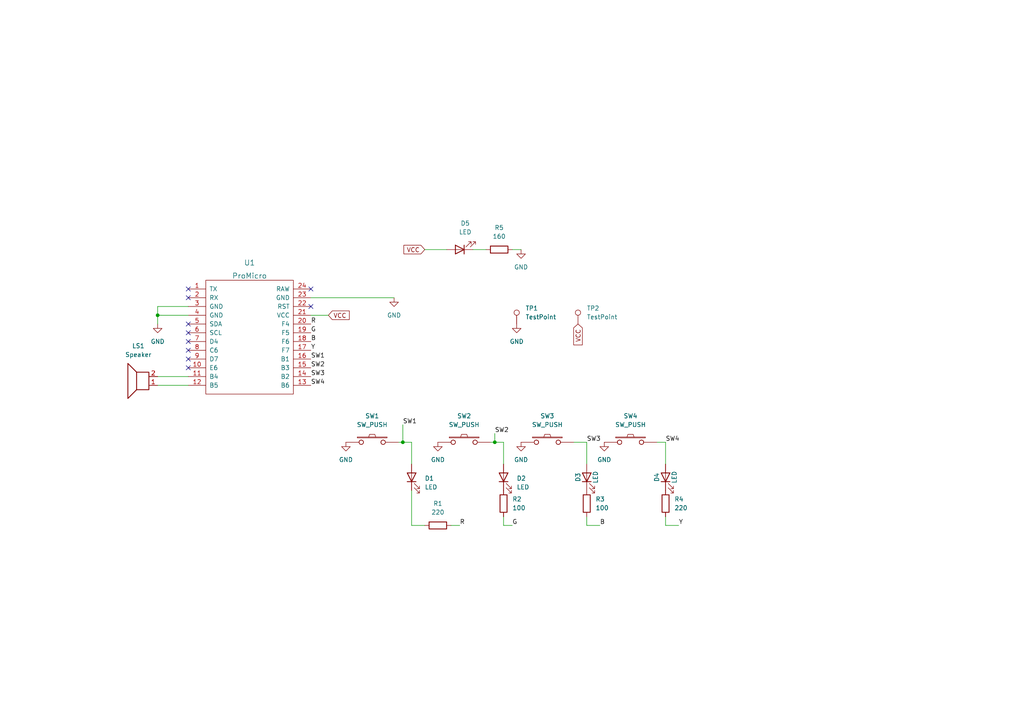
<source format=kicad_sch>
(kicad_sch (version 20211123) (generator eeschema)
  (paper "A4")
  (lib_symbols
    (symbol "Connector:TestPoint" (pin_numbers hide) (pin_names (offset 0.762) hide)
      (property "Reference" "TP" (at 0 6.858 0))
      (property "Value" "TestPoint" (at 0 5.08 0))
      (symbol "TestPoint_0_1"
        (circle (center 0 3.302) (radius 0.762))
      )
      (symbol "TestPoint_1_1"
        (pin passive line (at 0 0 90) (length 2.54) (name "1") (number "1"))
      )
    )
    (symbol "Device:LED" (pin_numbers hide) (pin_names (offset 1.016) hide)
      (property "Reference" "D" (at 0 2.54 0))
      (property "Value" "LED" (at 0 -2.54 0))
      (symbol "LED_0_1"
        (polyline (pts (xy -1.27 -1.27) (xy -1.27 1.27)) (stroke (width 0.254)))
        (polyline (pts (xy -1.27 0) (xy 1.27 0)))
        (polyline (pts (xy 1.27 -1.27) (xy 1.27 1.27) (xy -1.27 0) (xy 1.27 -1.27)) (stroke (width 0.254)))
        (polyline (pts (xy -3.048 -0.762) (xy -4.572 -2.286) (xy -3.81 -2.286) (xy -4.572 -2.286) (xy -4.572 -1.524)))
        (polyline (pts (xy -1.778 -0.762) (xy -3.302 -2.286) (xy -2.54 -2.286) (xy -3.302 -2.286) (xy -3.302 -1.524)))
      )
      (symbol "LED_1_1"
        (pin passive line (at -3.81 0 0) (length 2.54) (name "K") (number "1"))
        (pin passive line (at 3.81 0 180) (length 2.54) (name "A") (number "2"))
      )
    )
    (symbol "Device:R" (pin_numbers hide) (pin_names (offset 0))
      (property "Reference" "R" (at 2.032 0 90))
      (property "Value" "R" (at 0 0 90))
      (symbol "R_0_1"
        (rectangle (start -1.016 -2.54) (end 1.016 2.54) (stroke (width 0.254)))
      )
      (symbol "R_1_1"
        (pin passive line (at 0 3.81 270) (length 1.27) (name "~") (number "1"))
        (pin passive line (at 0 -3.81 90) (length 1.27) (name "~") (number "2"))
      )
    )
    (symbol "Device:Speaker" (pin_names (offset 0) hide)
      (property "Reference" "LS" (at 1.27 5.715 0))
      (property "Value" "Speaker" (at 1.27 3.81 0))
      (symbol "Speaker_0_0"
        (rectangle (start -2.54 1.27) (end 1.016 -3.81) (stroke (width 0.254)))
        (polyline (pts (xy 1.016 1.27) (xy 3.556 3.81) (xy 3.556 -6.35) (xy 1.016 -3.81)) (stroke (width 0.254)))
      )
      (symbol "Speaker_1_1"
        (pin input line (at -5.08 0 0) (length 2.54) (name "1") (number "1"))
        (pin input line (at -5.08 -2.54 0) (length 2.54) (name "2") (number "2"))
      )
    )
    (symbol "keyboard_parts:SW_PUSH" (pin_numbers hide) (pin_names (offset 1.016) hide)
      (property "Reference" "SW" (at 3.81 2.794 0))
      (property "Value" "SW_PUSH" (at 0 -2.032 0))
      (symbol "SW_PUSH_0_1"
        (rectangle (start -4.318 1.27) (end 4.318 1.524))
        (polyline (pts (xy -1.016 1.524) (xy -0.762 2.286) (xy 0.762 2.286) (xy 1.016 1.524)))
        (pin passive inverted (at -7.62 0 0) (length 5.08) (name "1") (number "1"))
        (pin passive inverted (at 7.62 0 180) (length 5.08) (name "2") (number "2"))
      )
    )
    (symbol "power:GND" (power) (pin_names (offset 0))
      (property "Value" "GND" (at 0 -3.81 0))
      (symbol "GND_0_1"
        (polyline (pts (xy 0 0) (xy 0 -1.27) (xy 1.27 -1.27) (xy 0 -2.54) (xy -1.27 -1.27) (xy 0 -1.27)))
      )
      (symbol "GND_1_1"
        (pin power_in line (at 0 0 270) (length 0) hide (name "GND") (number "1"))
      )
    )
    (symbol "promicro:ProMicro" (pin_names (offset 1.016))
      (property "Reference" "U" (at 0 24.13 0))
      (property "Value" "ProMicro" (at 0 -13.97 0))
      (symbol "ProMicro_0_1"
        (rectangle (start -12.7 21.59) (end 12.7 -11.43))
      )
      (symbol "ProMicro_1_1"
        (pin bidirectional line (at -17.78 19.05 0) (length 5.08) (name "TX") (number "1"))
        (pin bidirectional line (at -17.78 -3.81 0) (length 5.08) (name "E6") (number "10"))
        (pin bidirectional line (at -17.78 -6.35 0) (length 5.08) (name "B4") (number "11"))
        (pin bidirectional line (at -17.78 -8.89 0) (length 5.08) (name "B5") (number "12"))
        (pin bidirectional line (at 17.78 -8.89 180) (length 5.08) (name "B6") (number "13"))
        (pin bidirectional line (at 17.78 -6.35 180) (length 5.08) (name "B2") (number "14"))
        (pin bidirectional line (at 17.78 -3.81 180) (length 5.08) (name "B3") (number "15"))
        (pin bidirectional line (at 17.78 -1.27 180) (length 5.08) (name "B1") (number "16"))
        (pin bidirectional line (at 17.78 1.27 180) (length 5.08) (name "F7") (number "17"))
        (pin bidirectional line (at 17.78 3.81 180) (length 5.08) (name "F6") (number "18"))
        (pin bidirectional line (at 17.78 6.35 180) (length 5.08) (name "F5") (number "19"))
        (pin bidirectional line (at -17.78 16.51 0) (length 5.08) (name "RX") (number "2"))
        (pin bidirectional line (at 17.78 8.89 180) (length 5.08) (name "F4") (number "20"))
        (pin power_in line (at 17.78 11.43 180) (length 5.08) (name "VCC") (number "21"))
        (pin input line (at 17.78 13.97 180) (length 5.08) (name "RST") (number "22"))
        (pin power_in line (at 17.78 16.51 180) (length 5.08) (name "GND") (number "23"))
        (pin power_out line (at 17.78 19.05 180) (length 5.08) (name "RAW") (number "24"))
        (pin power_in line (at -17.78 13.97 0) (length 5.08) (name "GND") (number "3"))
        (pin power_in line (at -17.78 11.43 0) (length 5.08) (name "GND") (number "4"))
        (pin bidirectional line (at -17.78 8.89 0) (length 5.08) (name "SDA") (number "5"))
        (pin bidirectional line (at -17.78 6.35 0) (length 5.08) (name "SCL") (number "6"))
        (pin bidirectional line (at -17.78 3.81 0) (length 5.08) (name "D4") (number "7"))
        (pin bidirectional line (at -17.78 1.27 0) (length 5.08) (name "C6") (number "8"))
        (pin bidirectional line (at -17.78 -1.27 0) (length 5.08) (name "D7") (number "9"))
      )
    )
  )
  (junction (at 116.84 128.27))
  (junction (at 45.72 91.44))
  (junction (at 143.51 128.27))
  (no_connect (at 90.17 88.9))
  (no_connect (at 54.61 93.98))
  (no_connect (at 54.61 96.52))
  (no_connect (at 54.61 106.68))
  (no_connect (at 54.61 104.14))
  (no_connect (at 54.61 101.6))
  (no_connect (at 54.61 99.06))
  (no_connect (at 54.61 83.82))
  (no_connect (at 54.61 86.36))
  (no_connect (at 90.17 83.82))
  (wire (pts (xy 146.05 128.27) (xy 146.05 134.62)))
  (wire (pts (xy 119.38 142.24) (xy 119.38 152.4)))
  (wire (pts (xy 146.05 149.86) (xy 146.05 152.4)))
  (wire (pts (xy 115.57 128.27) (xy 116.84 128.27)))
  (wire (pts (xy 170.18 149.86) (xy 170.18 152.4)))
  (wire (pts (xy 142.24 128.27) (xy 143.51 128.27)))
  (wire (pts (xy 193.04 128.27) (xy 193.04 134.62)))
  (wire (pts (xy 143.51 128.27) (xy 143.51 125.73)))
  (wire (pts (xy 119.38 152.4) (xy 123.19 152.4)))
  (wire (pts (xy 140.97 72.39) (xy 137.16 72.39)))
  (wire (pts (xy 193.04 149.86) (xy 193.04 152.4)))
  (wire (pts (xy 54.61 91.44) (xy 45.72 91.44)))
  (wire (pts (xy 170.18 128.27) (xy 170.18 134.62)))
  (wire (pts (xy 45.72 91.44) (xy 45.72 93.98)))
  (wire (pts (xy 54.61 88.9) (xy 45.72 88.9)))
  (wire (pts (xy 119.38 128.27) (xy 119.38 134.62)))
  (wire (pts (xy 193.04 152.4) (xy 196.85 152.4)))
  (wire (pts (xy 143.51 128.27) (xy 146.05 128.27)))
  (wire (pts (xy 133.35 152.4) (xy 130.81 152.4)))
  (wire (pts (xy 45.72 88.9) (xy 45.72 91.44)))
  (wire (pts (xy 166.37 128.27) (xy 170.18 128.27)))
  (wire (pts (xy 151.13 72.39) (xy 148.59 72.39)))
  (wire (pts (xy 116.84 128.27) (xy 119.38 128.27)))
  (wire (pts (xy 123.19 72.39) (xy 129.54 72.39)))
  (wire (pts (xy 45.72 109.22) (xy 54.61 109.22)))
  (wire (pts (xy 146.05 152.4) (xy 148.59 152.4)))
  (wire (pts (xy 190.5 128.27) (xy 193.04 128.27)))
  (wire (pts (xy 116.84 128.27) (xy 116.84 123.19)))
  (wire (pts (xy 90.17 91.44) (xy 95.25 91.44)))
  (wire (pts (xy 170.18 152.4) (xy 173.99 152.4)))
  (wire (pts (xy 90.17 86.36) (xy 114.3 86.36)))
  (wire (pts (xy 45.72 111.76) (xy 54.61 111.76)))
  (label "B" (at 173.99 152.4 0))
  (label "B" (at 90.17 99.06 0))
  (label "SW1" (at 116.84 123.19 0))
  (label "SW4" (at 90.17 111.76 0))
  (label "G" (at 90.17 96.52 0))
  (label "SW3" (at 90.17 109.22 0))
  (label "SW4" (at 193.04 128.27 0))
  (label "Y" (at 196.85 152.4 0))
  (label "Y" (at 90.17 101.6 0))
  (label "R" (at 90.17 93.98 0))
  (label "G" (at 148.59 152.4 0))
  (label "SW1" (at 90.17 104.14 0))
  (label "R" (at 133.35 152.4 0))
  (label "SW3" (at 170.18 128.27 0))
  (label "SW2" (at 143.51 125.73 0))
  (label "SW2" (at 90.17 106.68 0))
  (global_label "VCC" (shape input) (at 167.64 93.98 270) (property "Intersheet References" "${INTERSHEET_REFS}" (effects hide)))
  (global_label "VCC" (shape input) (at 123.19 72.39 180) (property "Intersheet References" "${INTERSHEET_REFS}" (effects hide)))
  (global_label "VCC" (shape input) (at 95.25 91.44 0) (property "Intersheet References" "${INTERSHEET_REFS}" (effects hide)))
  (symbol (lib_id "Device:R") (at 144.78 72.39 90) (unit 1)
    (property "Reference" "R5" (at 144.78 66.04 90))
    (property "Value" "160" (at 144.78 68.58 90))
    (property "Footprint" "Resistor_SMD:R_0805_2012Metric_Pad1.20x1.40mm_HandSolder" (effects hide))
  )
  (symbol (lib_id "keyboard_parts:SW_PUSH") (at 158.75 128.27 0) (unit 1)
    (property "Reference" "SW3" (at 158.75 120.65 0))
    (property "Value" "SW_PUSH" (at 158.75 123.19 0))
    (property "Footprint" "Button_Switch_THT:SW_PUSH_6mm" (effects hide))
  )
  (symbol (lib_id "Device:R") (at 146.05 146.05 0) (unit 1)
    (property "Reference" "R2" (at 148.59 144.7799 0) (effects (justify left)))
    (property "Value" "100" (at 148.59 147.3199 0) (effects (justify left)))
    (property "Footprint" "Resistor_SMD:R_0805_2012Metric_Pad1.20x1.40mm_HandSolder" (effects hide))
  )
  (symbol (lib_id "Device:R") (at 193.04 146.05 0) (unit 1)
    (property "Reference" "R4" (at 195.58 144.7799 0) (effects (justify left)))
    (property "Value" "220" (at 195.58 147.3199 0) (effects (justify left)))
    (property "Footprint" "Resistor_SMD:R_0805_2012Metric_Pad1.20x1.40mm_HandSolder" (effects hide))
  )
  (symbol (lib_id "keyboard_parts:SW_PUSH") (at 107.95 128.27 0) (unit 1)
    (property "Reference" "SW1" (at 107.95 120.65 0))
    (property "Value" "SW_PUSH" (at 107.95 123.19 0))
    (property "Footprint" "Button_Switch_THT:SW_PUSH_6mm" (effects hide))
  )
  (symbol (lib_id "Connector:TestPoint") (at 167.64 93.98 0) (unit 1)
    (property "Reference" "TP2" (at 170.18 89.4079 0) (effects (justify left)))
    (property "Value" "TestPoint" (at 170.18 91.9479 0) (effects (justify left)))
    (property "Footprint" "TestPoint:TestPoint_Pad_1.0x1.0mm" (effects hide))
  )
  (symbol (lib_id "keyboard_parts:SW_PUSH") (at 134.62 128.27 0) (unit 1)
    (property "Reference" "SW2" (at 134.62 120.65 0))
    (property "Value" "SW_PUSH" (at 134.62 123.19 0))
    (property "Footprint" "Button_Switch_THT:SW_PUSH_6mm" (effects hide))
  )
  (symbol (lib_id "power:GND") (at 114.3 86.36 0) (unit 1)
    (property "Reference" "#PWR03" (effects hide))
    (property "Value" "GND" (at 114.3 91.44 0))
  )
  (symbol (lib_id "Device:R") (at 127 152.4 270) (unit 1)
    (property "Reference" "R1" (at 127 146.05 90))
    (property "Value" "220" (at 127 148.59 90))
    (property "Footprint" "Resistor_SMD:R_0805_2012Metric_Pad1.20x1.40mm_HandSolder" (effects hide))
  )
  (symbol (lib_id "power:GND") (at 175.26 128.27 0) (unit 1)
    (property "Reference" "#PWR07" (effects hide))
    (property "Value" "GND" (at 175.26 133.35 0))
  )
  (symbol (lib_id "Connector:TestPoint") (at 149.86 93.98 0) (unit 1)
    (property "Reference" "TP1" (at 152.4 89.4079 0) (effects (justify left)))
    (property "Value" "TestPoint" (at 152.4 91.9479 0) (effects (justify left)))
    (property "Footprint" "TestPoint:TestPoint_Pad_1.0x1.0mm" (effects hide))
  )
  (symbol (lib_id "Device:LED") (at 133.35 72.39 180) (unit 1)
    (property "Reference" "D5" (at 134.9375 64.77 0))
    (property "Value" "LED" (at 134.9375 67.31 0))
    (property "Footprint" "LED_THT:LED_D5.0mm_FlatTop" (effects hide))
  )
  (symbol (lib_id "power:GND") (at 100.33 128.27 0) (unit 1)
    (property "Reference" "#PWR02" (effects hide))
    (property "Value" "GND" (at 100.33 133.35 0))
  )
  (symbol (lib_id "power:GND") (at 45.72 93.98 0) (unit 1)
    (property "Reference" "#PWR01" (effects hide))
    (property "Value" "GND" (at 45.72 99.06 0))
  )
  (symbol (lib_id "Device:LED") (at 193.04 138.43 90) (unit 1)
    (property "Reference" "D4" (at 190.5 138.43 0))
    (property "Value" "LED" (at 195.58 138.43 0))
    (property "Footprint" "LED_THT:LED_D5.0mm_FlatTop" (effects hide))
  )
  (symbol (lib_id "Device:LED") (at 119.38 138.43 90) (unit 1)
    (property "Reference" "D1" (at 123.19 138.7474 90) (effects (justify right)))
    (property "Value" "LED" (at 123.19 141.2874 90) (effects (justify right)))
    (property "Footprint" "LED_THT:LED_D5.0mm_FlatTop" (effects hide))
  )
  (symbol (lib_id "Device:LED") (at 146.05 138.43 90) (unit 1)
    (property "Reference" "D2" (at 149.86 138.7474 90) (effects (justify right)))
    (property "Value" "LED" (at 149.86 141.2874 90) (effects (justify right)))
    (property "Footprint" "LED_THT:LED_D5.0mm_FlatTop" (effects hide))
  )
  (symbol (lib_id "power:GND") (at 151.13 128.27 0) (unit 1)
    (property "Reference" "#PWR06" (effects hide))
    (property "Value" "GND" (at 151.13 133.35 0))
  )
  (symbol (lib_id "power:GND") (at 149.86 93.98 0) (unit 1)
    (property "Reference" "#PWR05" (effects hide))
    (property "Value" "GND" (at 149.86 99.06 0))
  )
  (symbol (lib_id "promicro:ProMicro") (at 72.39 102.87 0) (unit 1)
    (property "Reference" "U1" (at 72.39 76.2 0) (effects (font (size 1.524 1.524))))
    (property "Value" "ProMicro" (at 72.39 80.01 0) (effects (font (size 1.524 1.524))))
    (property "Footprint" "keyboard_parts:ProMicro" (effects hide))
  )
  (symbol (lib_id "power:GND") (at 127 128.27 0) (unit 1)
    (property "Reference" "#PWR04" (effects hide))
    (property "Value" "GND" (at 127 133.35 0))
  )
  (symbol (lib_id "power:GND") (at 151.13 72.39 0) (unit 1)
    (property "Reference" "#PWR08" (effects hide))
    (property "Value" "GND" (at 151.13 77.47 0))
  )
  (symbol (lib_id "Device:Speaker") (at 40.64 111.76 180) (unit 1)
    (property "Reference" "LS1" (at 40.132 100.33 0))
    (property "Value" "Speaker" (at 40.132 102.87 0))
    (property "Footprint" "keyboard_parts:BUZZER_PS1440P02BT" (effects hide))
  )
  (symbol (lib_id "keyboard_parts:SW_PUSH") (at 182.88 128.27 0) (unit 1)
    (property "Reference" "SW4" (at 182.88 120.65 0))
    (property "Value" "SW_PUSH" (at 182.88 123.19 0))
    (property "Footprint" "Button_Switch_THT:SW_PUSH_6mm" (effects hide))
  )
  (symbol (lib_id "Device:LED") (at 170.18 138.43 90) (unit 1)
    (property "Reference" "D3" (at 167.64 138.43 0))
    (property "Value" "LED" (at 172.72 138.43 0))
    (property "Footprint" "LED_THT:LED_D5.0mm_FlatTop" (effects hide))
  )
  (symbol (lib_id "Device:R") (at 170.18 146.05 0) (unit 1)
    (property "Reference" "R3" (at 172.72 144.7799 0) (effects (justify left)))
    (property "Value" "100" (at 172.72 147.3199 0) (effects (justify left)))
    (property "Footprint" "Resistor_SMD:R_0805_2012Metric_Pad1.20x1.40mm_HandSolder" (effects hide))
  )
)
</source>
